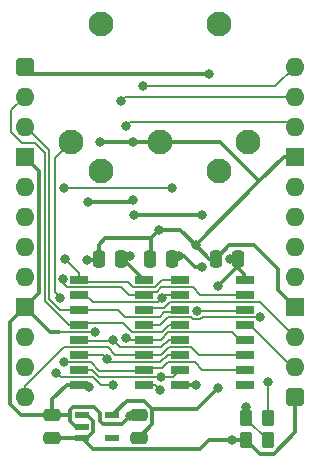
<source format=gtl>
%TF.GenerationSoftware,KiCad,Pcbnew,8.0.7*%
%TF.CreationDate,2025-01-04T13:45:03+02:00*%
%TF.ProjectId,SNES Controller Reader,534e4553-2043-46f6-9e74-726f6c6c6572,rev?*%
%TF.SameCoordinates,Original*%
%TF.FileFunction,Copper,L1,Top*%
%TF.FilePolarity,Positive*%
%FSLAX46Y46*%
G04 Gerber Fmt 4.6, Leading zero omitted, Abs format (unit mm)*
G04 Created by KiCad (PCBNEW 8.0.7) date 2025-01-04 13:45:03*
%MOMM*%
%LPD*%
G01*
G04 APERTURE LIST*
G04 Aperture macros list*
%AMRoundRect*
0 Rectangle with rounded corners*
0 $1 Rounding radius*
0 $2 $3 $4 $5 $6 $7 $8 $9 X,Y pos of 4 corners*
0 Add a 4 corners polygon primitive as box body*
4,1,4,$2,$3,$4,$5,$6,$7,$8,$9,$2,$3,0*
0 Add four circle primitives for the rounded corners*
1,1,$1+$1,$2,$3*
1,1,$1+$1,$4,$5*
1,1,$1+$1,$6,$7*
1,1,$1+$1,$8,$9*
0 Add four rect primitives between the rounded corners*
20,1,$1+$1,$2,$3,$4,$5,0*
20,1,$1+$1,$4,$5,$6,$7,0*
20,1,$1+$1,$6,$7,$8,$9,0*
20,1,$1+$1,$8,$9,$2,$3,0*%
G04 Aperture macros list end*
%TA.AperFunction,SMDPad,CuDef*%
%ADD10RoundRect,0.250000X0.475000X-0.250000X0.475000X0.250000X-0.475000X0.250000X-0.475000X-0.250000X0*%
%TD*%
%TA.AperFunction,SMDPad,CuDef*%
%ADD11RoundRect,0.250000X-0.262500X-0.450000X0.262500X-0.450000X0.262500X0.450000X-0.262500X0.450000X0*%
%TD*%
%TA.AperFunction,SMDPad,CuDef*%
%ADD12R,1.550000X0.650000*%
%TD*%
%TA.AperFunction,SMDPad,CuDef*%
%ADD13R,1.150000X0.600000*%
%TD*%
%TA.AperFunction,SMDPad,CuDef*%
%ADD14RoundRect,0.250000X0.250000X0.475000X-0.250000X0.475000X-0.250000X-0.475000X0.250000X-0.475000X0*%
%TD*%
%TA.AperFunction,ComponentPad*%
%ADD15C,2.100000*%
%TD*%
%TA.AperFunction,SMDPad,CuDef*%
%ADD16RoundRect,0.250000X0.262500X0.450000X-0.262500X0.450000X-0.262500X-0.450000X0.262500X-0.450000X0*%
%TD*%
%TA.AperFunction,ComponentPad*%
%ADD17RoundRect,0.400000X-0.400000X-0.400000X0.400000X-0.400000X0.400000X0.400000X-0.400000X0.400000X0*%
%TD*%
%TA.AperFunction,ComponentPad*%
%ADD18O,1.600000X1.600000*%
%TD*%
%TA.AperFunction,ComponentPad*%
%ADD19R,1.600000X1.600000*%
%TD*%
%TA.AperFunction,ViaPad*%
%ADD20C,0.800000*%
%TD*%
%TA.AperFunction,Conductor*%
%ADD21C,0.380000*%
%TD*%
%TA.AperFunction,Conductor*%
%ADD22C,0.200000*%
%TD*%
G04 APERTURE END LIST*
D10*
%TO.P,C10,1*%
%TO.N,/3.3V*%
X9640000Y-31414000D03*
%TO.P,C10,2*%
%TO.N,GND*%
X9640000Y-29514000D03*
%TD*%
D11*
%TO.P,R2,1*%
%TO.N,/Serial Data _{IN}*%
X18772500Y-29708000D03*
%TO.P,R2,2*%
%TO.N,Serial Data*%
X20597500Y-29708000D03*
%TD*%
D12*
%TO.P,IC6,1,Q1*%
%TO.N,D1*%
X4641000Y-18034000D03*
%TO.P,IC6,2,Q2*%
%TO.N,D2*%
X4641000Y-19304000D03*
%TO.P,IC6,3,Q3*%
%TO.N,D3*%
X4641000Y-20574000D03*
%TO.P,IC6,4,Q4*%
%TO.N,D4*%
X4641000Y-21844000D03*
%TO.P,IC6,5,Q5*%
%TO.N,D5*%
X4641000Y-23114000D03*
%TO.P,IC6,6,Q6*%
%TO.N,D6*%
X4641000Y-24384000D03*
%TO.P,IC6,7,Q7*%
%TO.N,D7*%
X4641000Y-25654000D03*
%TO.P,IC6,8,GND*%
%TO.N,GND*%
X4641000Y-26924000D03*
%TO.P,IC6,9,Q7S*%
%TO.N,/Q7S*%
X10091000Y-26924000D03*
%TO.P,IC6,10,~{MR}*%
%TO.N,~{Reset}*%
X10091000Y-25654000D03*
%TO.P,IC6,11,SHCP*%
%TO.N,~{Serial CP}*%
X10091000Y-24384000D03*
%TO.P,IC6,12,STCP*%
%TO.N,Serial PL*%
X10091000Y-23114000D03*
%TO.P,IC6,13,~{OE}*%
%TO.N,~{Read Low}*%
X10091000Y-21844000D03*
%TO.P,IC6,14,DS*%
%TO.N,Serial Data*%
X10091000Y-20574000D03*
%TO.P,IC6,15,Q0*%
%TO.N,D0*%
X10091000Y-19304000D03*
%TO.P,IC6,16,3V*%
%TO.N,/3.3V*%
X10091000Y-18034000D03*
%TD*%
D13*
%TO.P,IC11,1,6VIn*%
%TO.N,5V*%
X4814000Y-29530000D03*
%TO.P,IC11,2,GND*%
%TO.N,GND*%
X4814000Y-30480000D03*
%TO.P,IC11,3,EN*%
%TO.N,5V*%
X4814000Y-31430000D03*
%TO.P,IC11,4,ADJ*%
%TO.N,unconnected-(IC11-ADJ-Pad4)*%
X7414000Y-31430000D03*
%TO.P,IC11,5,3.3VOut*%
%TO.N,/3.3V*%
X7414000Y-29530000D03*
%TD*%
D14*
%TO.P,C8,1*%
%TO.N,/3.3V*%
X8173000Y-16256000D03*
%TO.P,C8,2*%
%TO.N,GND*%
X6273000Y-16256000D03*
%TD*%
%TO.P,C7,1*%
%TO.N,/3.3V*%
X18079000Y-16256000D03*
%TO.P,C7,2*%
%TO.N,GND*%
X16179000Y-16256000D03*
%TD*%
D15*
%TO.P,J1,1*%
%TO.N,Serial PL*%
X3930000Y-6350000D03*
%TO.P,J1,2*%
%TO.N,GND*%
X11430000Y-6350000D03*
%TO.P,J1,3*%
%TO.N,5V*%
X18930000Y-6350000D03*
%TO.P,J1,4*%
%TO.N,Serial CP*%
X6430000Y-8850000D03*
%TO.P,J1,5*%
%TO.N,/Serial Data _{IN}*%
X16430000Y-8850000D03*
%TO.P,J1,6*%
%TO.N,unconnected-(J1-Pad6)*%
X6430000Y3650000D03*
%TO.P,J1,7*%
%TO.N,unconnected-(J1-Pad7)*%
X16430000Y3650000D03*
%TD*%
D14*
%TO.P,C6,1*%
%TO.N,5V*%
X12491000Y-16256000D03*
%TO.P,C6,2*%
%TO.N,GND*%
X10591000Y-16256000D03*
%TD*%
D10*
%TO.P,C9,1*%
%TO.N,5V*%
X2304000Y-31414000D03*
%TO.P,C9,2*%
%TO.N,GND*%
X2304000Y-29514000D03*
%TD*%
D16*
%TO.P,R1,1*%
%TO.N,/Serial Data _{IN}*%
X20597500Y-31633000D03*
%TO.P,R1,2*%
%TO.N,5V*%
X18772500Y-31633000D03*
%TD*%
D17*
%TO.P,J2,1,Pin_1*%
%TO.N,5V*%
X0Y0D03*
D18*
%TO.P,J2,2,Pin_2*%
%TO.N,D4*%
X0Y-2540000D03*
%TO.P,J2,3,Pin_3*%
%TO.N,D3*%
X0Y-5080000D03*
D19*
%TO.P,J2,4,Pin_4*%
%TO.N,GND*%
X0Y-7620000D03*
D18*
%TO.P,J2,5,Pin_5*%
%TO.N,D2*%
X0Y-10160000D03*
%TO.P,J2,6,Pin_6*%
%TO.N,D1*%
X0Y-12700000D03*
%TO.P,J2,7,Pin_7*%
%TO.N,D0*%
X0Y-15240000D03*
%TO.P,J2,8,Pin_8*%
%TO.N,~{Reset}*%
X0Y-17780000D03*
D19*
%TO.P,J2,9,Pin_9*%
%TO.N,GND*%
X0Y-20320000D03*
D18*
%TO.P,J2,10,Pin_10*%
%TO.N,Serial PL*%
X0Y-22860000D03*
%TO.P,J2,11,Pin_11*%
%TO.N,Serial CP*%
X0Y-25400000D03*
%TO.P,J2,12,Pin_12*%
%TO.N,~{Serial CP}*%
X0Y-27940000D03*
D17*
%TO.P,J2,13,Pin_13*%
%TO.N,5V*%
X22860000Y-27940000D03*
D18*
%TO.P,J2,14,Pin_14*%
%TO.N,~{Read High}*%
X22860000Y-25400000D03*
%TO.P,J2,15,Pin_15*%
%TO.N,Serial Data*%
X22860000Y-22860000D03*
D19*
%TO.P,J2,16,Pin_16*%
%TO.N,GND*%
X22860000Y-20320000D03*
D18*
%TO.P,J2,17,Pin_17*%
%TO.N,~{Read Low}*%
X22860000Y-17780000D03*
%TO.P,J2,18,Pin_18*%
%TO.N,unconnected-(J2-Pin_18-Pad18)*%
X22860000Y-15240000D03*
%TO.P,J2,19,Pin_19*%
%TO.N,unconnected-(J2-Pin_19-Pad19)*%
X22860000Y-12700000D03*
%TO.P,J2,20,Pin_20*%
%TO.N,unconnected-(J2-Pin_20-Pad20)*%
X22860000Y-10160000D03*
D19*
%TO.P,J2,21,Pin_21*%
%TO.N,GND*%
X22860000Y-7620000D03*
D18*
%TO.P,J2,22,Pin_22*%
%TO.N,D5*%
X22860000Y-5080000D03*
%TO.P,J2,23,Pin_23*%
%TO.N,D6*%
X22860000Y-2540000D03*
%TO.P,J2,24,Pin_24*%
%TO.N,D7*%
X22860000Y0D03*
%TD*%
D12*
%TO.P,IC7,1,Q1*%
%TO.N,D1*%
X13191000Y-18034000D03*
%TO.P,IC7,2,Q2*%
%TO.N,D2*%
X13191000Y-19304000D03*
%TO.P,IC7,3,Q3*%
%TO.N,D3*%
X13191000Y-20574000D03*
%TO.P,IC7,4,Q4*%
%TO.N,D4*%
X13191000Y-21844000D03*
%TO.P,IC7,5,Q5*%
%TO.N,D5*%
X13191000Y-23114000D03*
%TO.P,IC7,6,Q6*%
%TO.N,D6*%
X13191000Y-24384000D03*
%TO.P,IC7,7,Q7*%
%TO.N,D7*%
X13191000Y-25654000D03*
%TO.P,IC7,8,GND*%
%TO.N,GND*%
X13191000Y-26924000D03*
%TO.P,IC7,9,Q7S*%
%TO.N,unconnected-(IC7-Q7S-Pad9)*%
X18641000Y-26924000D03*
%TO.P,IC7,10,~{MR}*%
%TO.N,~{Reset}*%
X18641000Y-25654000D03*
%TO.P,IC7,11,SHCP*%
%TO.N,~{Serial CP}*%
X18641000Y-24384000D03*
%TO.P,IC7,12,STCP*%
%TO.N,Serial PL*%
X18641000Y-23114000D03*
%TO.P,IC7,13,~{OE}*%
%TO.N,~{Read High}*%
X18641000Y-21844000D03*
%TO.P,IC7,14,DS*%
%TO.N,/Q7S*%
X18641000Y-20574000D03*
%TO.P,IC7,15,Q0*%
%TO.N,D0*%
X18641000Y-19304000D03*
%TO.P,IC7,16,3V*%
%TO.N,/3.3V*%
X18641000Y-18034000D03*
%TD*%
D20*
%TO.N,GND*%
X8890000Y-29591000D03*
%TO.N,/3.3V*%
X14986000Y-12573000D03*
X17405505Y-16256005D03*
X9271000Y-12573006D03*
X16383000Y-27178006D03*
X8890000Y-16002006D03*
X16383000Y-18542000D03*
%TO.N,GND*%
X11404000Y-13817000D03*
X5334000Y-11430000D03*
X9144000Y-6350000D03*
X14478004Y-26924000D03*
X14478000Y-15113000D03*
X5444790Y-27108195D03*
X9144000Y-11303000D03*
X5969000Y-22479000D03*
X5250000Y-16383000D03*
X6350000Y-6350000D03*
%TO.N,5V*%
X17526000Y-31623000D03*
X15621000Y-635000D03*
X13081000Y-16002000D03*
X14986002Y-16939176D03*
%TO.N,D6*%
X8128000Y-2921000D03*
X6985000Y-24765000D03*
%TO.N,~{Read Low}*%
X19941538Y-21211538D03*
%TO.N,D7*%
X10033000Y-1651000D03*
X11557000Y-26289000D03*
%TO.N,D0*%
X3253572Y-17967132D03*
%TO.N,D5*%
X8567374Y-5011378D03*
X7440251Y-23124247D03*
%TO.N,D1*%
X3429000Y-16256000D03*
%TO.N,/Q7S*%
X11479800Y-27387500D03*
X14577755Y-20700201D03*
%TO.N,D2*%
X3302000Y-10287000D03*
X11620557Y-19621557D03*
X12446000Y-10287000D03*
%TO.N,~{Reset}*%
X3313190Y-25019822D03*
%TO.N,Serial Data*%
X20597502Y-26693502D03*
%TO.N,Serial PL*%
X2666976Y-25908000D03*
X3006354Y-19581353D03*
X8545718Y-23009000D03*
X7493000Y-26980900D03*
%TO.N,/Serial Data _{IN}*%
X18772500Y-28829000D03*
%TD*%
D21*
%TO.N,GND*%
X10718000Y-14503000D02*
X11404000Y-13817000D01*
X13182000Y-13817000D02*
X11404000Y-13817000D01*
X14478000Y-15113000D02*
X13182000Y-13817000D01*
X6403400Y-29979200D02*
X6654700Y-30230500D01*
X6403400Y-29337000D02*
X6403400Y-29979200D01*
X5895900Y-28829500D02*
X6403400Y-29337000D01*
X8250500Y-30230500D02*
X8890000Y-29591000D01*
X4077300Y-28829500D02*
X5895900Y-28829500D01*
X3847100Y-29059700D02*
X4077300Y-28829500D01*
X6654700Y-30230500D02*
X8250500Y-30230500D01*
X3847100Y-29514000D02*
X3847100Y-29059700D01*
%TO.N,5V*%
X15621000Y-31623000D02*
X17526000Y-31623000D01*
X14859000Y-32385000D02*
X15621000Y-31623000D01*
X5769000Y-32385000D02*
X14859000Y-32385000D01*
X4814000Y-31430000D02*
X5769000Y-32385000D01*
%TO.N,GND*%
X2304000Y-28176000D02*
X2304000Y-29514000D01*
X3556000Y-26924000D02*
X2304000Y-28176000D01*
X4641000Y-26924000D02*
X3556000Y-26924000D01*
X-1270000Y-28575000D02*
X-331000Y-29514000D01*
X-1270000Y-21590000D02*
X-1270000Y-28575000D01*
X0Y-20320000D02*
X-1270000Y-21590000D01*
X-331000Y-29514000D02*
X2304000Y-29514000D01*
X8890000Y-29591000D02*
X8967000Y-29514000D01*
X8967000Y-29514000D02*
X9640000Y-29514000D01*
%TO.N,/3.3V*%
X18587000Y-17571000D02*
X18587000Y-17980000D01*
X18079000Y-17063000D02*
X18587000Y-17571000D01*
X17862000Y-17063000D02*
X18079000Y-17063000D01*
X16383000Y-18542000D02*
X17862000Y-17063000D01*
X14552806Y-29008200D02*
X16383000Y-27178006D01*
X10803600Y-29008200D02*
X14552806Y-29008200D01*
D22*
%TO.N,/Serial Data _{IN}*%
X18772500Y-29708000D02*
X18772500Y-28829000D01*
D21*
%TO.N,GND*%
X16510000Y-6350000D02*
X19875500Y-9715500D01*
X11430000Y-6350000D02*
X16510000Y-6350000D01*
X19875500Y-9715500D02*
X21971000Y-7620000D01*
X14478000Y-15113000D02*
X19875500Y-9715500D01*
X16179000Y-16256000D02*
X15621000Y-16256000D01*
X15621000Y-16256000D02*
X14478000Y-15113000D01*
%TO.N,/3.3V*%
X9271000Y-12573006D02*
X14985994Y-12573006D01*
X14985994Y-12573006D02*
X14986000Y-12573000D01*
X17405510Y-16256000D02*
X17405505Y-16256005D01*
X7414000Y-29530000D02*
X8623000Y-28321000D01*
X8173000Y-16256000D02*
X8636006Y-16256000D01*
X10803600Y-30250400D02*
X9640000Y-31414000D01*
X18079000Y-16256000D02*
X17405510Y-16256000D01*
X8358000Y-16301000D02*
X10091000Y-18034000D01*
X8623000Y-28321000D02*
X10116400Y-28321000D01*
X10803600Y-29008200D02*
X10803600Y-30250400D01*
X10116400Y-28321000D02*
X10803600Y-29008200D01*
X8636006Y-16256000D02*
X8890000Y-16002006D01*
X18079000Y-16256000D02*
X18079000Y-17063000D01*
%TO.N,GND*%
X21463000Y-18923000D02*
X22860000Y-20320000D01*
X21463000Y-17145000D02*
X21463000Y-18923000D01*
X6196000Y-16383000D02*
X5250000Y-16383000D01*
X2304000Y-29514000D02*
X3847100Y-29514000D01*
X5334000Y-11430000D02*
X9017000Y-11430000D01*
X16179000Y-16256000D02*
X17294000Y-15141000D01*
X6833000Y-14503000D02*
X6273000Y-15063000D01*
X1190000Y-19130000D02*
X0Y-20320000D01*
X10718000Y-14503000D02*
X6833000Y-14503000D01*
X3847100Y-29997100D02*
X4330000Y-30480000D01*
X9017000Y-11430000D02*
X9144000Y-11303000D01*
X10718000Y-14503000D02*
X10718000Y-16129000D01*
X0Y-20320000D02*
X2159000Y-22479000D01*
X13191000Y-26924000D02*
X14478004Y-26924000D01*
X19459000Y-15141000D02*
X21463000Y-17145000D01*
X4641000Y-26924000D02*
X5260595Y-26924000D01*
X5260595Y-26924000D02*
X5444790Y-27108195D01*
X0Y-7620000D02*
X1190000Y-8810000D01*
X1190000Y-8810000D02*
X1190000Y-19130000D01*
X21971000Y-7620000D02*
X22860000Y-7620000D01*
X9144000Y-6350000D02*
X11430000Y-6350000D01*
D22*
X5969000Y-22479000D02*
X2921004Y-22479000D01*
D21*
X6350000Y-6350000D02*
X9144000Y-6350000D01*
X4330000Y-30480000D02*
X4814000Y-30480000D01*
X6273000Y-15063000D02*
X6273000Y-16256000D01*
X2159000Y-22479000D02*
X2921004Y-22479000D01*
X17294000Y-15141000D02*
X19459000Y-15141000D01*
X3847100Y-29514000D02*
X3847100Y-29997100D01*
%TO.N,5V*%
X0Y0D02*
X635000Y-635000D01*
X13081000Y-16002000D02*
X13462000Y-16002000D01*
X13462000Y-16002000D02*
X14399176Y-16939176D01*
X5798300Y-30033700D02*
X5798300Y-30924900D01*
X5293200Y-31430000D02*
X5798300Y-30924900D01*
X4814000Y-31430000D02*
X2320000Y-31430000D01*
X12745000Y-16002000D02*
X13081000Y-16002000D01*
X5293200Y-31430000D02*
X4814000Y-31430000D01*
X21082000Y-32766000D02*
X19905500Y-32766000D01*
X5294600Y-29530000D02*
X5798300Y-30033700D01*
X17536000Y-31633000D02*
X17526000Y-31623000D01*
X18772500Y-31633000D02*
X17536000Y-31633000D01*
X635000Y-635000D02*
X15621000Y-635000D01*
X19905500Y-32766000D02*
X18772500Y-31633000D01*
X22888000Y-27968000D02*
X22888000Y-30960000D01*
X14399176Y-16939176D02*
X14986002Y-16939176D01*
X4814000Y-29530000D02*
X5294600Y-29530000D01*
X22888000Y-30960000D02*
X21082000Y-32766000D01*
D22*
%TO.N,D6*%
X4641000Y-24384000D02*
X6604000Y-24384000D01*
X22860000Y-2540000D02*
X8509000Y-2540000D01*
X11495785Y-25010901D02*
X7230901Y-25010901D01*
X8509000Y-2540000D02*
X8128000Y-2921000D01*
X12122686Y-24384000D02*
X11495785Y-25010901D01*
X7230901Y-25010901D02*
X6985000Y-24765000D01*
X13191000Y-24384000D02*
X12122686Y-24384000D01*
X6604000Y-24384000D02*
X6985000Y-24765000D01*
%TO.N,~{Read Low}*%
X12126000Y-21209000D02*
X14096604Y-21209000D01*
X10091000Y-21844000D02*
X11491000Y-21844000D01*
X15056368Y-21211538D02*
X19941538Y-21211538D01*
X14287805Y-21400201D02*
X14867705Y-21400201D01*
X14096604Y-21209000D02*
X14287805Y-21400201D01*
X11491000Y-21844000D02*
X12126000Y-21209000D01*
X14867705Y-21400201D02*
X15056368Y-21211538D01*
%TO.N,D3*%
X7874000Y-20574000D02*
X8509000Y-21209000D01*
X2080000Y-7059600D02*
X2080000Y-19644949D01*
X8509000Y-21209000D02*
X11430000Y-21209000D01*
X3009051Y-20574000D02*
X4331000Y-20574000D01*
X2080000Y-19644949D02*
X3009051Y-20574000D01*
X100400Y-5080000D02*
X2080000Y-7059600D01*
X11430000Y-21209000D02*
X11830000Y-20809000D01*
X11830000Y-20809000D02*
X12956000Y-20809000D01*
X12956000Y-20809000D02*
X13191000Y-20574000D01*
X4641000Y-20574000D02*
X7874000Y-20574000D01*
%TO.N,D7*%
X11565100Y-26280900D02*
X11557000Y-26289000D01*
X13191000Y-25654000D02*
X12564100Y-26280900D01*
X10033000Y-1651000D02*
X21209000Y-1651000D01*
X21209000Y-1651000D02*
X22860000Y0D01*
X6310264Y-26280900D02*
X5683364Y-25654000D01*
X5683364Y-25654000D02*
X4641000Y-25654000D01*
X11548900Y-26280900D02*
X6310264Y-26280900D01*
X11557000Y-26289000D02*
X11548900Y-26280900D01*
X12564100Y-26280900D02*
X11565100Y-26280900D01*
%TO.N,D0*%
X14862230Y-19307230D02*
X18292630Y-19307230D01*
X3566000Y-18659000D02*
X8155911Y-18659000D01*
X8155911Y-18659000D02*
X8828000Y-19331089D01*
X11193165Y-19059000D02*
X11573165Y-18679000D01*
X10336000Y-19059000D02*
X11193165Y-19059000D01*
X11573165Y-18679000D02*
X14234000Y-18679000D01*
X10091000Y-19304000D02*
X8855089Y-19304000D01*
X3253572Y-17967132D02*
X3253572Y-18346572D01*
X8855089Y-19304000D02*
X8828000Y-19331089D01*
X14234000Y-18679000D02*
X14862230Y-19307230D01*
X3253572Y-18346572D02*
X3566000Y-18659000D01*
X10091000Y-19304000D02*
X10336000Y-19059000D01*
%TO.N,D4*%
X8314379Y-21717000D02*
X4768000Y-21717000D01*
X-1133500Y-5544200D02*
X-1133500Y-3673500D01*
X13191000Y-21844000D02*
X12216000Y-21844000D01*
X11591000Y-22469000D02*
X9066379Y-22469000D01*
X-1133500Y-3673500D02*
X0Y-2540000D01*
X4374400Y-21844000D02*
X3713365Y-21844000D01*
X1680000Y-19810635D02*
X1680000Y-7273000D01*
X-186100Y-6491600D02*
X-1133500Y-5544200D01*
X898600Y-6491600D02*
X-186100Y-6491600D01*
X1680000Y-7273000D02*
X898600Y-6491600D01*
X9066379Y-22469000D02*
X8314379Y-21717000D01*
X12216000Y-21844000D02*
X11591000Y-22469000D01*
X3713365Y-21844000D02*
X1680000Y-19810635D01*
%TO.N,D5*%
X4768000Y-23241000D02*
X7323498Y-23241000D01*
X12192000Y-23114000D02*
X11547000Y-23759000D01*
X11547000Y-23759000D02*
X8075004Y-23759000D01*
X13191000Y-23114000D02*
X12192000Y-23114000D01*
X8879752Y-4699000D02*
X8567374Y-5011378D01*
X22479000Y-4699000D02*
X8879752Y-4699000D01*
X7323498Y-23241000D02*
X7440251Y-23124247D01*
X8075004Y-23759000D02*
X7440251Y-23124247D01*
%TO.N,~{Serial CP}*%
X14114950Y-23740900D02*
X14758050Y-24384000D01*
X3306925Y-23757100D02*
X7037761Y-23757100D01*
X7037761Y-23757100D02*
X7664661Y-24384000D01*
X11557000Y-24384000D02*
X12200100Y-23740900D01*
X0Y-27449800D02*
X0Y-27064025D01*
X14758050Y-24384000D02*
X18641000Y-24384000D01*
X12200100Y-23740900D02*
X14114950Y-23740900D01*
X10091000Y-24384000D02*
X11557000Y-24384000D01*
X0Y-27064025D02*
X3306925Y-23757100D01*
X7664661Y-24384000D02*
X10091000Y-24384000D01*
%TO.N,D1*%
X11027479Y-18659000D02*
X11652479Y-18034000D01*
X4641000Y-17468000D02*
X3429000Y-16256000D01*
X11652479Y-18034000D02*
X12741000Y-18034000D01*
X4833000Y-18226000D02*
X8712861Y-18226000D01*
X9145861Y-18659000D02*
X11027479Y-18659000D01*
X8712861Y-18226000D02*
X9145861Y-18659000D01*
X4641000Y-18034000D02*
X4641000Y-17468000D01*
%TO.N,/Q7S*%
X10091000Y-26924000D02*
X11016300Y-26924000D01*
X14626356Y-20651600D02*
X14577755Y-20700201D01*
X11016300Y-26924000D02*
X11479800Y-27387500D01*
X18563400Y-20651600D02*
X14626356Y-20651600D01*
%TO.N,D2*%
X5112500Y-19304000D02*
X5757500Y-19949000D01*
X3302000Y-10287000D02*
X12446000Y-10287000D01*
X11293114Y-19949000D02*
X11620557Y-19621557D01*
X5757500Y-19949000D02*
X11293114Y-19949000D01*
X13191000Y-19304000D02*
X11938114Y-19304000D01*
X11938114Y-19304000D02*
X11620557Y-19621557D01*
%TO.N,~{Reset}*%
X5614872Y-25019822D02*
X3313190Y-25019822D01*
X14414300Y-25027100D02*
X12099100Y-25027100D01*
X15041200Y-25654000D02*
X14414300Y-25027100D01*
X10267900Y-25477100D02*
X11635300Y-25477100D01*
X12099100Y-25027100D02*
X11642200Y-25484000D01*
X11635300Y-25477100D02*
X11642200Y-25484000D01*
X6327822Y-25732772D02*
X5614872Y-25019822D01*
X10012228Y-25732772D02*
X6327822Y-25732772D01*
X18641000Y-25654000D02*
X15041200Y-25654000D01*
%TO.N,Serial Data*%
X19431000Y-19939000D02*
X19939000Y-19939000D01*
X20597500Y-26693504D02*
X20597502Y-26693502D01*
X19939000Y-19939000D02*
X22860000Y-22860000D01*
X12283064Y-19949000D02*
X19421000Y-19949000D01*
X20597500Y-29708000D02*
X20597500Y-26693504D01*
X11823064Y-20409000D02*
X12283064Y-19949000D01*
X19421000Y-19949000D02*
X19431000Y-19939000D01*
X10256000Y-20409000D02*
X11823064Y-20409000D01*
%TO.N,Serial PL*%
X17566000Y-22489000D02*
X18191000Y-23114000D01*
X2540000Y-19114999D02*
X3006354Y-19581353D01*
X8650718Y-23114000D02*
X8545718Y-23009000D01*
X6444579Y-26980900D02*
X5752679Y-26289000D01*
X7493000Y-26980900D02*
X6444579Y-26980900D01*
X3930000Y-6350000D02*
X2540000Y-7740000D01*
X10091000Y-23114000D02*
X11545371Y-23114000D01*
X10091000Y-23114000D02*
X8650718Y-23114000D01*
X11545371Y-23114000D02*
X12170371Y-22489000D01*
X5752679Y-26289000D02*
X3047976Y-26289000D01*
X3047976Y-26289000D02*
X2666976Y-25908000D01*
X12170371Y-22489000D02*
X17566000Y-22489000D01*
X2540000Y-7740000D02*
X2540000Y-19114999D01*
%TO.N,~{Read High}*%
X22606000Y-25400000D02*
X19050000Y-21844000D01*
%TO.N,/Serial Data _{IN}*%
X18772500Y-29808000D02*
X20597500Y-31633000D01*
%TD*%
M02*

</source>
